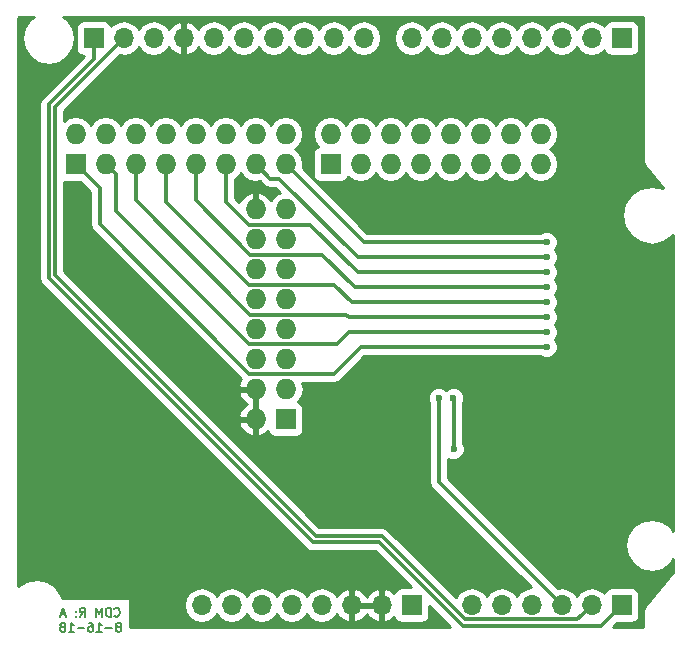
<source format=gbl>
G04 #@! TF.FileFunction,Copper,L2,Bot,Signal*
%FSLAX46Y46*%
G04 Gerber Fmt 4.6, Leading zero omitted, Abs format (unit mm)*
G04 Created by KiCad (PCBNEW 4.0.5+dfsg1-4) date Sun Oct 21 08:43:36 2018*
%MOMM*%
%LPD*%
G01*
G04 APERTURE LIST*
%ADD10C,0.100000*%
%ADD11C,0.150000*%
%ADD12C,0.600000*%
%ADD13R,1.727200X1.727200*%
%ADD14O,1.727200X1.727200*%
%ADD15R,1.700000X1.700000*%
%ADD16O,1.700000X1.700000*%
%ADD17C,0.304800*%
%ADD18C,0.254000*%
G04 APERTURE END LIST*
D10*
D11*
X134859857Y-123328357D02*
X134895571Y-123364071D01*
X135002714Y-123399786D01*
X135074143Y-123399786D01*
X135181286Y-123364071D01*
X135252714Y-123292643D01*
X135288429Y-123221214D01*
X135324143Y-123078357D01*
X135324143Y-122971214D01*
X135288429Y-122828357D01*
X135252714Y-122756929D01*
X135181286Y-122685500D01*
X135074143Y-122649786D01*
X135002714Y-122649786D01*
X134895571Y-122685500D01*
X134859857Y-122721214D01*
X134538429Y-123399786D02*
X134538429Y-122649786D01*
X134359857Y-122649786D01*
X134252714Y-122685500D01*
X134181286Y-122756929D01*
X134145571Y-122828357D01*
X134109857Y-122971214D01*
X134109857Y-123078357D01*
X134145571Y-123221214D01*
X134181286Y-123292643D01*
X134252714Y-123364071D01*
X134359857Y-123399786D01*
X134538429Y-123399786D01*
X133788429Y-123399786D02*
X133788429Y-122649786D01*
X133538429Y-123185500D01*
X133288429Y-122649786D01*
X133288429Y-123399786D01*
X131931285Y-123399786D02*
X132181285Y-123042643D01*
X132359857Y-123399786D02*
X132359857Y-122649786D01*
X132074142Y-122649786D01*
X132002714Y-122685500D01*
X131966999Y-122721214D01*
X131931285Y-122792643D01*
X131931285Y-122899786D01*
X131966999Y-122971214D01*
X132002714Y-123006929D01*
X132074142Y-123042643D01*
X132359857Y-123042643D01*
X131609857Y-123328357D02*
X131574142Y-123364071D01*
X131609857Y-123399786D01*
X131645571Y-123364071D01*
X131609857Y-123328357D01*
X131609857Y-123399786D01*
X131609857Y-122935500D02*
X131574142Y-122971214D01*
X131609857Y-123006929D01*
X131645571Y-122971214D01*
X131609857Y-122935500D01*
X131609857Y-123006929D01*
X130716999Y-123185500D02*
X130359856Y-123185500D01*
X130788427Y-123399786D02*
X130538427Y-122649786D01*
X130288427Y-123399786D01*
X135270572Y-124246214D02*
X135342000Y-124210500D01*
X135377715Y-124174786D01*
X135413429Y-124103357D01*
X135413429Y-124067643D01*
X135377715Y-123996214D01*
X135342000Y-123960500D01*
X135270572Y-123924786D01*
X135127715Y-123924786D01*
X135056286Y-123960500D01*
X135020572Y-123996214D01*
X134984857Y-124067643D01*
X134984857Y-124103357D01*
X135020572Y-124174786D01*
X135056286Y-124210500D01*
X135127715Y-124246214D01*
X135270572Y-124246214D01*
X135342000Y-124281929D01*
X135377715Y-124317643D01*
X135413429Y-124389071D01*
X135413429Y-124531929D01*
X135377715Y-124603357D01*
X135342000Y-124639071D01*
X135270572Y-124674786D01*
X135127715Y-124674786D01*
X135056286Y-124639071D01*
X135020572Y-124603357D01*
X134984857Y-124531929D01*
X134984857Y-124389071D01*
X135020572Y-124317643D01*
X135056286Y-124281929D01*
X135127715Y-124246214D01*
X134663429Y-124389071D02*
X134092000Y-124389071D01*
X133342000Y-124674786D02*
X133770572Y-124674786D01*
X133556286Y-124674786D02*
X133556286Y-123924786D01*
X133627715Y-124031929D01*
X133699143Y-124103357D01*
X133770572Y-124139071D01*
X132699143Y-123924786D02*
X132842000Y-123924786D01*
X132913429Y-123960500D01*
X132949143Y-123996214D01*
X133020572Y-124103357D01*
X133056286Y-124246214D01*
X133056286Y-124531929D01*
X133020572Y-124603357D01*
X132984857Y-124639071D01*
X132913429Y-124674786D01*
X132770572Y-124674786D01*
X132699143Y-124639071D01*
X132663429Y-124603357D01*
X132627714Y-124531929D01*
X132627714Y-124353357D01*
X132663429Y-124281929D01*
X132699143Y-124246214D01*
X132770572Y-124210500D01*
X132913429Y-124210500D01*
X132984857Y-124246214D01*
X133020572Y-124281929D01*
X133056286Y-124353357D01*
X132306286Y-124389071D02*
X131734857Y-124389071D01*
X130984857Y-124674786D02*
X131413429Y-124674786D01*
X131199143Y-124674786D02*
X131199143Y-123924786D01*
X131270572Y-124031929D01*
X131342000Y-124103357D01*
X131413429Y-124139071D01*
X130556286Y-124246214D02*
X130627714Y-124210500D01*
X130663429Y-124174786D01*
X130699143Y-124103357D01*
X130699143Y-124067643D01*
X130663429Y-123996214D01*
X130627714Y-123960500D01*
X130556286Y-123924786D01*
X130413429Y-123924786D01*
X130342000Y-123960500D01*
X130306286Y-123996214D01*
X130270571Y-124067643D01*
X130270571Y-124103357D01*
X130306286Y-124174786D01*
X130342000Y-124210500D01*
X130413429Y-124246214D01*
X130556286Y-124246214D01*
X130627714Y-124281929D01*
X130663429Y-124317643D01*
X130699143Y-124389071D01*
X130699143Y-124531929D01*
X130663429Y-124603357D01*
X130627714Y-124639071D01*
X130556286Y-124674786D01*
X130413429Y-124674786D01*
X130342000Y-124639071D01*
X130306286Y-124603357D01*
X130270571Y-124531929D01*
X130270571Y-124389071D01*
X130306286Y-124317643D01*
X130342000Y-124281929D01*
X130413429Y-124246214D01*
D12*
X166116000Y-104902000D03*
D13*
X153162000Y-85090000D03*
D14*
X153162000Y-82550000D03*
X155702000Y-85090000D03*
X155702000Y-82550000D03*
X158242000Y-85090000D03*
X158242000Y-82550000D03*
X160782000Y-85090000D03*
X160782000Y-82550000D03*
X163322000Y-85090000D03*
X163322000Y-82550000D03*
X165862000Y-85090000D03*
X165862000Y-82550000D03*
X168402000Y-85090000D03*
X168402000Y-82550000D03*
X170942000Y-85090000D03*
X170942000Y-82550000D03*
D15*
X177800000Y-122428000D03*
D16*
X175260000Y-122428000D03*
X172720000Y-122428000D03*
X170180000Y-122428000D03*
X167640000Y-122428000D03*
X165100000Y-122428000D03*
D15*
X177800000Y-74422000D03*
D16*
X175260000Y-74422000D03*
X172720000Y-74422000D03*
X170180000Y-74422000D03*
X167640000Y-74422000D03*
X165100000Y-74422000D03*
X162560000Y-74422000D03*
X160020000Y-74422000D03*
D15*
X160020000Y-122428000D03*
D16*
X157480000Y-122428000D03*
X154940000Y-122428000D03*
X152400000Y-122428000D03*
X149860000Y-122428000D03*
X147320000Y-122428000D03*
X144780000Y-122428000D03*
X142240000Y-122428000D03*
D15*
X133096000Y-74422000D03*
D16*
X135636000Y-74422000D03*
X138176000Y-74422000D03*
X140716000Y-74422000D03*
X143256000Y-74422000D03*
X145796000Y-74422000D03*
X148336000Y-74422000D03*
X150876000Y-74422000D03*
X153416000Y-74422000D03*
X155956000Y-74422000D03*
D13*
X149352000Y-106680000D03*
D14*
X146812000Y-106680000D03*
X149352000Y-104140000D03*
X146812000Y-104140000D03*
X149352000Y-101600000D03*
X146812000Y-101600000D03*
X149352000Y-99060000D03*
X146812000Y-99060000D03*
X149352000Y-96520000D03*
X146812000Y-96520000D03*
X149352000Y-93980000D03*
X146812000Y-93980000D03*
X149352000Y-91440000D03*
X146812000Y-91440000D03*
X149352000Y-88900000D03*
X146812000Y-88900000D03*
D13*
X131572000Y-85090000D03*
D14*
X131572000Y-82550000D03*
X134112000Y-85090000D03*
X134112000Y-82550000D03*
X136652000Y-85090000D03*
X136652000Y-82550000D03*
X139192000Y-85090000D03*
X139192000Y-82550000D03*
X141732000Y-85090000D03*
X141732000Y-82550000D03*
X144272000Y-85090000D03*
X144272000Y-82550000D03*
X146812000Y-85090000D03*
X146812000Y-82550000D03*
X149352000Y-85090000D03*
X149352000Y-82550000D03*
D12*
X164846000Y-87376000D03*
X163576000Y-109220000D03*
X163564500Y-104902000D03*
X162306000Y-104902000D03*
X171450000Y-100584000D03*
X171450000Y-99314000D03*
X171450000Y-98044000D03*
X171450000Y-96774000D03*
X171450000Y-95504000D03*
X171450000Y-94234000D03*
X171450000Y-92964000D03*
X171450000Y-91694000D03*
D17*
X163576000Y-109220000D02*
X163576000Y-104913500D01*
X163576000Y-104913500D02*
X163564500Y-104902000D01*
X129286000Y-94742000D02*
X129286000Y-80010000D01*
X133096000Y-76200000D02*
X129286000Y-80010000D01*
X133096000Y-74422000D02*
X133096000Y-76200000D01*
X177800000Y-122428000D02*
X176022000Y-124206000D01*
X176022000Y-124206000D02*
X164375274Y-124206000D01*
X164375274Y-124206000D02*
X157263274Y-117094000D01*
X157263274Y-117094000D02*
X151638000Y-117094000D01*
X151638000Y-117094000D02*
X129286000Y-94742000D01*
X174410001Y-123277999D02*
X175260000Y-122428000D01*
X164521311Y-123633601D02*
X174054399Y-123633601D01*
X151891989Y-116585989D02*
X157473699Y-116585989D01*
X129794000Y-94488000D02*
X151891989Y-116585989D01*
X129794000Y-80264000D02*
X129794000Y-94488000D01*
X174054399Y-123633601D02*
X174410001Y-123277999D01*
X157473699Y-116585989D02*
X164521311Y-123633601D01*
X135636000Y-74422000D02*
X129794000Y-80264000D01*
X162306000Y-104902000D02*
X162306000Y-112014000D01*
X162306000Y-112014000D02*
X172720000Y-122428000D01*
X146226783Y-102819201D02*
X145592799Y-102185217D01*
X145592799Y-102185217D02*
X145592799Y-102158799D01*
X145592799Y-102158799D02*
X133604000Y-90170000D01*
X133604000Y-87122000D02*
X133604000Y-90170000D01*
X155702000Y-100584000D02*
X171450000Y-100584000D01*
X153466799Y-102819201D02*
X155702000Y-100584000D01*
X146226783Y-102819201D02*
X153466799Y-102819201D01*
X132588000Y-86106000D02*
X133604000Y-87122000D01*
X131572000Y-85090000D02*
X132588000Y-86106000D01*
X154686000Y-99314000D02*
X171450000Y-99314000D01*
X153720799Y-100279201D02*
X154686000Y-99314000D01*
X134112000Y-85090000D02*
X134975599Y-85953599D01*
X134975599Y-85953599D02*
X134975599Y-89028017D01*
X134975599Y-89028017D02*
X146226783Y-100279201D01*
X146226783Y-100279201D02*
X153720799Y-100279201D01*
X154686000Y-98044000D02*
X171450000Y-98044000D01*
X154482799Y-97840799D02*
X154686000Y-98044000D01*
X136652000Y-85090000D02*
X136652000Y-88164418D01*
X136652000Y-88164418D02*
X146328381Y-97840799D01*
X146328381Y-97840799D02*
X154482799Y-97840799D01*
X154940000Y-96774000D02*
X171450000Y-96774000D01*
X153466799Y-95300799D02*
X154940000Y-96774000D01*
X139192000Y-85090000D02*
X139192000Y-88266016D01*
X146226783Y-95300799D02*
X153466799Y-95300799D01*
X139192000Y-88266016D02*
X146226783Y-95300799D01*
X152450799Y-92760799D02*
X155194000Y-95504000D01*
X155194000Y-95504000D02*
X171450000Y-95504000D01*
X141732000Y-85090000D02*
X141732000Y-88164418D01*
X141732000Y-88164418D02*
X146328381Y-92760799D01*
X146328381Y-92760799D02*
X152450799Y-92760799D01*
X155448000Y-94234000D02*
X171450000Y-94234000D01*
X151434799Y-90220799D02*
X155448000Y-94234000D01*
X144272000Y-85090000D02*
X144272000Y-88266016D01*
X144272000Y-88266016D02*
X146226783Y-90220799D01*
X146226783Y-90220799D02*
X151434799Y-90220799D01*
X155448000Y-92964000D02*
X171450000Y-92964000D01*
X148793201Y-86309201D02*
X155448000Y-92964000D01*
X146812000Y-85090000D02*
X148031201Y-86309201D01*
X148031201Y-86309201D02*
X148793201Y-86309201D01*
X149352000Y-85090000D02*
X155956000Y-91694000D01*
X155956000Y-91694000D02*
X171450000Y-91694000D01*
D18*
G36*
X127706323Y-72842323D02*
X127222053Y-73567085D01*
X127052000Y-74422000D01*
X127222053Y-75276915D01*
X127706323Y-76001677D01*
X128431085Y-76485947D01*
X129286000Y-76656000D01*
X130140915Y-76485947D01*
X130865677Y-76001677D01*
X131349947Y-75276915D01*
X131520000Y-74422000D01*
X131349947Y-73567085D01*
X130865677Y-72842323D01*
X130491042Y-72592000D01*
X179630000Y-72592000D01*
X179630000Y-84836000D01*
X179650861Y-84940875D01*
X179662141Y-85047202D01*
X179677697Y-85075786D01*
X179684046Y-85107705D01*
X179743451Y-85196612D01*
X179794563Y-85290531D01*
X181333095Y-87136769D01*
X181292116Y-87109388D01*
X180340000Y-86920000D01*
X179387884Y-87109388D01*
X178580718Y-87648718D01*
X178041388Y-88455884D01*
X177852000Y-89408000D01*
X178041388Y-90360116D01*
X178580718Y-91167282D01*
X179387884Y-91706612D01*
X180340000Y-91896000D01*
X181292116Y-91706612D01*
X182099282Y-91167282D01*
X182170000Y-91061445D01*
X182170000Y-116142958D01*
X181919677Y-115768323D01*
X181194915Y-115284053D01*
X180340000Y-115114000D01*
X179485085Y-115284053D01*
X178760323Y-115768323D01*
X178276053Y-116493085D01*
X178106000Y-117348000D01*
X178276053Y-118202915D01*
X178760323Y-118927677D01*
X179485085Y-119411947D01*
X180340000Y-119582000D01*
X181194915Y-119411947D01*
X181919677Y-118927677D01*
X182170000Y-118553042D01*
X182170000Y-119630945D01*
X179794563Y-122481469D01*
X179743451Y-122575388D01*
X179684046Y-122664295D01*
X179677697Y-122696214D01*
X179662141Y-122724798D01*
X179650861Y-122831125D01*
X179630000Y-122936000D01*
X179630000Y-124258000D01*
X177083552Y-124258000D01*
X177416112Y-123925440D01*
X178650000Y-123925440D01*
X178885317Y-123881162D01*
X179101441Y-123742090D01*
X179246431Y-123529890D01*
X179297440Y-123278000D01*
X179297440Y-121578000D01*
X179253162Y-121342683D01*
X179114090Y-121126559D01*
X178901890Y-120981569D01*
X178650000Y-120930560D01*
X176950000Y-120930560D01*
X176714683Y-120974838D01*
X176498559Y-121113910D01*
X176353569Y-121326110D01*
X176339914Y-121393541D01*
X176310054Y-121348853D01*
X175828285Y-121026946D01*
X175260000Y-120913907D01*
X174691715Y-121026946D01*
X174209946Y-121348853D01*
X173990000Y-121678026D01*
X173770054Y-121348853D01*
X173288285Y-121026946D01*
X172720000Y-120913907D01*
X172385913Y-120980361D01*
X163093400Y-111687848D01*
X163093400Y-110032010D01*
X163389201Y-110154838D01*
X163761167Y-110155162D01*
X164104943Y-110013117D01*
X164368192Y-109750327D01*
X164510838Y-109406799D01*
X164511162Y-109034833D01*
X164369117Y-108691057D01*
X164363400Y-108685330D01*
X164363400Y-105416172D01*
X164499338Y-105088799D01*
X164499662Y-104716833D01*
X164357617Y-104373057D01*
X164094827Y-104109808D01*
X163751299Y-103967162D01*
X163379333Y-103966838D01*
X163035557Y-104108883D01*
X162935306Y-104208960D01*
X162836327Y-104109808D01*
X162492799Y-103967162D01*
X162120833Y-103966838D01*
X161777057Y-104108883D01*
X161513808Y-104371673D01*
X161371162Y-104715201D01*
X161370838Y-105087167D01*
X161512883Y-105430943D01*
X161518600Y-105436670D01*
X161518600Y-112014000D01*
X161578537Y-112315325D01*
X161749224Y-112570776D01*
X170106896Y-120928448D01*
X169611715Y-121026946D01*
X169129946Y-121348853D01*
X168910000Y-121678026D01*
X168690054Y-121348853D01*
X168208285Y-121026946D01*
X167640000Y-120913907D01*
X167071715Y-121026946D01*
X166589946Y-121348853D01*
X166370000Y-121678026D01*
X166150054Y-121348853D01*
X165668285Y-121026946D01*
X165100000Y-120913907D01*
X164531715Y-121026946D01*
X164049946Y-121348853D01*
X163769633Y-121768371D01*
X158030475Y-116029213D01*
X157775024Y-115858526D01*
X157473699Y-115798589D01*
X152218141Y-115798589D01*
X143458578Y-107039026D01*
X145357042Y-107039026D01*
X145529312Y-107454947D01*
X145923510Y-107886821D01*
X146452973Y-108134968D01*
X146685000Y-108014469D01*
X146685000Y-106807000D01*
X145478183Y-106807000D01*
X145357042Y-107039026D01*
X143458578Y-107039026D01*
X140918578Y-104499026D01*
X145357042Y-104499026D01*
X145529312Y-104914947D01*
X145923510Y-105346821D01*
X146058313Y-105410000D01*
X145923510Y-105473179D01*
X145529312Y-105905053D01*
X145357042Y-106320974D01*
X145478183Y-106553000D01*
X146685000Y-106553000D01*
X146685000Y-104267000D01*
X145478183Y-104267000D01*
X145357042Y-104499026D01*
X140918578Y-104499026D01*
X130581400Y-94161848D01*
X130581400Y-86575322D01*
X130708400Y-86601040D01*
X131969488Y-86601040D01*
X132816600Y-87448152D01*
X132816600Y-90170000D01*
X132876537Y-90471325D01*
X133047224Y-90726776D01*
X144982826Y-102662378D01*
X145036023Y-102741993D01*
X145591238Y-103297208D01*
X145529312Y-103365053D01*
X145357042Y-103780974D01*
X145478183Y-104013000D01*
X146685000Y-104013000D01*
X146685000Y-103993000D01*
X146939000Y-103993000D01*
X146939000Y-104013000D01*
X146959000Y-104013000D01*
X146959000Y-104267000D01*
X146939000Y-104267000D01*
X146939000Y-106553000D01*
X146959000Y-106553000D01*
X146959000Y-106807000D01*
X146939000Y-106807000D01*
X146939000Y-108014469D01*
X147171027Y-108134968D01*
X147700490Y-107886821D01*
X147870495Y-107700567D01*
X147885238Y-107778917D01*
X148024310Y-107995041D01*
X148236510Y-108140031D01*
X148488400Y-108191040D01*
X150215600Y-108191040D01*
X150450917Y-108146762D01*
X150667041Y-108007690D01*
X150812031Y-107795490D01*
X150863040Y-107543600D01*
X150863040Y-105816400D01*
X150818762Y-105581083D01*
X150679690Y-105364959D01*
X150467490Y-105219969D01*
X150423869Y-105211136D01*
X150441029Y-105199670D01*
X150765885Y-104713489D01*
X150879959Y-104140000D01*
X150773859Y-103606601D01*
X153466799Y-103606601D01*
X153768124Y-103546664D01*
X154023575Y-103375977D01*
X156028152Y-101371400D01*
X170914889Y-101371400D01*
X170919673Y-101376192D01*
X171263201Y-101518838D01*
X171635167Y-101519162D01*
X171978943Y-101377117D01*
X172242192Y-101114327D01*
X172384838Y-100770799D01*
X172385162Y-100398833D01*
X172243117Y-100055057D01*
X172137290Y-99949046D01*
X172242192Y-99844327D01*
X172384838Y-99500799D01*
X172385162Y-99128833D01*
X172243117Y-98785057D01*
X172137290Y-98679046D01*
X172242192Y-98574327D01*
X172384838Y-98230799D01*
X172385162Y-97858833D01*
X172243117Y-97515057D01*
X172137290Y-97409046D01*
X172242192Y-97304327D01*
X172384838Y-96960799D01*
X172385162Y-96588833D01*
X172243117Y-96245057D01*
X172137290Y-96139046D01*
X172242192Y-96034327D01*
X172384838Y-95690799D01*
X172385162Y-95318833D01*
X172243117Y-94975057D01*
X172137290Y-94869046D01*
X172242192Y-94764327D01*
X172384838Y-94420799D01*
X172385162Y-94048833D01*
X172243117Y-93705057D01*
X172137290Y-93599046D01*
X172242192Y-93494327D01*
X172384838Y-93150799D01*
X172385162Y-92778833D01*
X172243117Y-92435057D01*
X172137290Y-92329046D01*
X172242192Y-92224327D01*
X172384838Y-91880799D01*
X172385162Y-91508833D01*
X172243117Y-91165057D01*
X171980327Y-90901808D01*
X171636799Y-90759162D01*
X171264833Y-90758838D01*
X170921057Y-90900883D01*
X170915330Y-90906600D01*
X156282152Y-90906600D01*
X150791587Y-85416035D01*
X150850600Y-85119359D01*
X150850600Y-85060641D01*
X150736526Y-84487152D01*
X150562297Y-84226400D01*
X151650960Y-84226400D01*
X151650960Y-85953600D01*
X151695238Y-86188917D01*
X151834310Y-86405041D01*
X152046510Y-86550031D01*
X152298400Y-86601040D01*
X154025600Y-86601040D01*
X154260917Y-86556762D01*
X154477041Y-86417690D01*
X154622031Y-86205490D01*
X154630864Y-86161869D01*
X154642330Y-86179029D01*
X155128511Y-86503885D01*
X155702000Y-86617959D01*
X156275489Y-86503885D01*
X156761670Y-86179029D01*
X156972000Y-85864248D01*
X157182330Y-86179029D01*
X157668511Y-86503885D01*
X158242000Y-86617959D01*
X158815489Y-86503885D01*
X159301670Y-86179029D01*
X159512000Y-85864248D01*
X159722330Y-86179029D01*
X160208511Y-86503885D01*
X160782000Y-86617959D01*
X161355489Y-86503885D01*
X161841670Y-86179029D01*
X162052000Y-85864248D01*
X162262330Y-86179029D01*
X162748511Y-86503885D01*
X163322000Y-86617959D01*
X163895489Y-86503885D01*
X164381670Y-86179029D01*
X164592000Y-85864248D01*
X164802330Y-86179029D01*
X165288511Y-86503885D01*
X165862000Y-86617959D01*
X166435489Y-86503885D01*
X166921670Y-86179029D01*
X167132000Y-85864248D01*
X167342330Y-86179029D01*
X167828511Y-86503885D01*
X168402000Y-86617959D01*
X168975489Y-86503885D01*
X169461670Y-86179029D01*
X169672000Y-85864248D01*
X169882330Y-86179029D01*
X170368511Y-86503885D01*
X170942000Y-86617959D01*
X171515489Y-86503885D01*
X172001670Y-86179029D01*
X172326526Y-85692848D01*
X172440600Y-85119359D01*
X172440600Y-85060641D01*
X172326526Y-84487152D01*
X172001670Y-84000971D01*
X171730828Y-83820000D01*
X172001670Y-83639029D01*
X172326526Y-83152848D01*
X172440600Y-82579359D01*
X172440600Y-82520641D01*
X172326526Y-81947152D01*
X172001670Y-81460971D01*
X171515489Y-81136115D01*
X170942000Y-81022041D01*
X170368511Y-81136115D01*
X169882330Y-81460971D01*
X169672000Y-81775752D01*
X169461670Y-81460971D01*
X168975489Y-81136115D01*
X168402000Y-81022041D01*
X167828511Y-81136115D01*
X167342330Y-81460971D01*
X167132000Y-81775752D01*
X166921670Y-81460971D01*
X166435489Y-81136115D01*
X165862000Y-81022041D01*
X165288511Y-81136115D01*
X164802330Y-81460971D01*
X164592000Y-81775752D01*
X164381670Y-81460971D01*
X163895489Y-81136115D01*
X163322000Y-81022041D01*
X162748511Y-81136115D01*
X162262330Y-81460971D01*
X162052000Y-81775752D01*
X161841670Y-81460971D01*
X161355489Y-81136115D01*
X160782000Y-81022041D01*
X160208511Y-81136115D01*
X159722330Y-81460971D01*
X159512000Y-81775752D01*
X159301670Y-81460971D01*
X158815489Y-81136115D01*
X158242000Y-81022041D01*
X157668511Y-81136115D01*
X157182330Y-81460971D01*
X156972000Y-81775752D01*
X156761670Y-81460971D01*
X156275489Y-81136115D01*
X155702000Y-81022041D01*
X155128511Y-81136115D01*
X154642330Y-81460971D01*
X154432000Y-81775752D01*
X154221670Y-81460971D01*
X153735489Y-81136115D01*
X153162000Y-81022041D01*
X152588511Y-81136115D01*
X152102330Y-81460971D01*
X151777474Y-81947152D01*
X151663400Y-82520641D01*
X151663400Y-82579359D01*
X151777474Y-83152848D01*
X152088574Y-83618442D01*
X152063083Y-83623238D01*
X151846959Y-83762310D01*
X151701969Y-83974510D01*
X151650960Y-84226400D01*
X150562297Y-84226400D01*
X150411670Y-84000971D01*
X150140828Y-83820000D01*
X150411670Y-83639029D01*
X150736526Y-83152848D01*
X150850600Y-82579359D01*
X150850600Y-82520641D01*
X150736526Y-81947152D01*
X150411670Y-81460971D01*
X149925489Y-81136115D01*
X149352000Y-81022041D01*
X148778511Y-81136115D01*
X148292330Y-81460971D01*
X148082000Y-81775752D01*
X147871670Y-81460971D01*
X147385489Y-81136115D01*
X146812000Y-81022041D01*
X146238511Y-81136115D01*
X145752330Y-81460971D01*
X145542000Y-81775752D01*
X145331670Y-81460971D01*
X144845489Y-81136115D01*
X144272000Y-81022041D01*
X143698511Y-81136115D01*
X143212330Y-81460971D01*
X143002000Y-81775752D01*
X142791670Y-81460971D01*
X142305489Y-81136115D01*
X141732000Y-81022041D01*
X141158511Y-81136115D01*
X140672330Y-81460971D01*
X140462000Y-81775752D01*
X140251670Y-81460971D01*
X139765489Y-81136115D01*
X139192000Y-81022041D01*
X138618511Y-81136115D01*
X138132330Y-81460971D01*
X137922000Y-81775752D01*
X137711670Y-81460971D01*
X137225489Y-81136115D01*
X136652000Y-81022041D01*
X136078511Y-81136115D01*
X135592330Y-81460971D01*
X135382000Y-81775752D01*
X135171670Y-81460971D01*
X134685489Y-81136115D01*
X134112000Y-81022041D01*
X133538511Y-81136115D01*
X133052330Y-81460971D01*
X132842000Y-81775752D01*
X132631670Y-81460971D01*
X132145489Y-81136115D01*
X131572000Y-81022041D01*
X130998511Y-81136115D01*
X130581400Y-81414820D01*
X130581400Y-80590152D01*
X135301913Y-75869639D01*
X135636000Y-75936093D01*
X136204285Y-75823054D01*
X136686054Y-75501147D01*
X136906000Y-75171974D01*
X137125946Y-75501147D01*
X137607715Y-75823054D01*
X138176000Y-75936093D01*
X138744285Y-75823054D01*
X139226054Y-75501147D01*
X139453702Y-75160447D01*
X139520817Y-75303358D01*
X139949076Y-75693645D01*
X140359110Y-75863476D01*
X140589000Y-75742155D01*
X140589000Y-74549000D01*
X140569000Y-74549000D01*
X140569000Y-74295000D01*
X140589000Y-74295000D01*
X140589000Y-73101845D01*
X140843000Y-73101845D01*
X140843000Y-74295000D01*
X140863000Y-74295000D01*
X140863000Y-74549000D01*
X140843000Y-74549000D01*
X140843000Y-75742155D01*
X141072890Y-75863476D01*
X141482924Y-75693645D01*
X141911183Y-75303358D01*
X141978298Y-75160447D01*
X142205946Y-75501147D01*
X142687715Y-75823054D01*
X143256000Y-75936093D01*
X143824285Y-75823054D01*
X144306054Y-75501147D01*
X144526000Y-75171974D01*
X144745946Y-75501147D01*
X145227715Y-75823054D01*
X145796000Y-75936093D01*
X146364285Y-75823054D01*
X146846054Y-75501147D01*
X147066000Y-75171974D01*
X147285946Y-75501147D01*
X147767715Y-75823054D01*
X148336000Y-75936093D01*
X148904285Y-75823054D01*
X149386054Y-75501147D01*
X149606000Y-75171974D01*
X149825946Y-75501147D01*
X150307715Y-75823054D01*
X150876000Y-75936093D01*
X151444285Y-75823054D01*
X151926054Y-75501147D01*
X152146000Y-75171974D01*
X152365946Y-75501147D01*
X152847715Y-75823054D01*
X153416000Y-75936093D01*
X153984285Y-75823054D01*
X154466054Y-75501147D01*
X154686000Y-75171974D01*
X154905946Y-75501147D01*
X155387715Y-75823054D01*
X155956000Y-75936093D01*
X156524285Y-75823054D01*
X157006054Y-75501147D01*
X157327961Y-75019378D01*
X157441000Y-74451093D01*
X157441000Y-74392907D01*
X158535000Y-74392907D01*
X158535000Y-74451093D01*
X158648039Y-75019378D01*
X158969946Y-75501147D01*
X159451715Y-75823054D01*
X160020000Y-75936093D01*
X160588285Y-75823054D01*
X161070054Y-75501147D01*
X161290000Y-75171974D01*
X161509946Y-75501147D01*
X161991715Y-75823054D01*
X162560000Y-75936093D01*
X163128285Y-75823054D01*
X163610054Y-75501147D01*
X163830000Y-75171974D01*
X164049946Y-75501147D01*
X164531715Y-75823054D01*
X165100000Y-75936093D01*
X165668285Y-75823054D01*
X166150054Y-75501147D01*
X166370000Y-75171974D01*
X166589946Y-75501147D01*
X167071715Y-75823054D01*
X167640000Y-75936093D01*
X168208285Y-75823054D01*
X168690054Y-75501147D01*
X168910000Y-75171974D01*
X169129946Y-75501147D01*
X169611715Y-75823054D01*
X170180000Y-75936093D01*
X170748285Y-75823054D01*
X171230054Y-75501147D01*
X171450000Y-75171974D01*
X171669946Y-75501147D01*
X172151715Y-75823054D01*
X172720000Y-75936093D01*
X173288285Y-75823054D01*
X173770054Y-75501147D01*
X173990000Y-75171974D01*
X174209946Y-75501147D01*
X174691715Y-75823054D01*
X175260000Y-75936093D01*
X175828285Y-75823054D01*
X176310054Y-75501147D01*
X176337850Y-75459548D01*
X176346838Y-75507317D01*
X176485910Y-75723441D01*
X176698110Y-75868431D01*
X176950000Y-75919440D01*
X178650000Y-75919440D01*
X178885317Y-75875162D01*
X179101441Y-75736090D01*
X179246431Y-75523890D01*
X179297440Y-75272000D01*
X179297440Y-73572000D01*
X179253162Y-73336683D01*
X179114090Y-73120559D01*
X178901890Y-72975569D01*
X178650000Y-72924560D01*
X176950000Y-72924560D01*
X176714683Y-72968838D01*
X176498559Y-73107910D01*
X176353569Y-73320110D01*
X176339914Y-73387541D01*
X176310054Y-73342853D01*
X175828285Y-73020946D01*
X175260000Y-72907907D01*
X174691715Y-73020946D01*
X174209946Y-73342853D01*
X173990000Y-73672026D01*
X173770054Y-73342853D01*
X173288285Y-73020946D01*
X172720000Y-72907907D01*
X172151715Y-73020946D01*
X171669946Y-73342853D01*
X171450000Y-73672026D01*
X171230054Y-73342853D01*
X170748285Y-73020946D01*
X170180000Y-72907907D01*
X169611715Y-73020946D01*
X169129946Y-73342853D01*
X168910000Y-73672026D01*
X168690054Y-73342853D01*
X168208285Y-73020946D01*
X167640000Y-72907907D01*
X167071715Y-73020946D01*
X166589946Y-73342853D01*
X166370000Y-73672026D01*
X166150054Y-73342853D01*
X165668285Y-73020946D01*
X165100000Y-72907907D01*
X164531715Y-73020946D01*
X164049946Y-73342853D01*
X163830000Y-73672026D01*
X163610054Y-73342853D01*
X163128285Y-73020946D01*
X162560000Y-72907907D01*
X161991715Y-73020946D01*
X161509946Y-73342853D01*
X161290000Y-73672026D01*
X161070054Y-73342853D01*
X160588285Y-73020946D01*
X160020000Y-72907907D01*
X159451715Y-73020946D01*
X158969946Y-73342853D01*
X158648039Y-73824622D01*
X158535000Y-74392907D01*
X157441000Y-74392907D01*
X157327961Y-73824622D01*
X157006054Y-73342853D01*
X156524285Y-73020946D01*
X155956000Y-72907907D01*
X155387715Y-73020946D01*
X154905946Y-73342853D01*
X154686000Y-73672026D01*
X154466054Y-73342853D01*
X153984285Y-73020946D01*
X153416000Y-72907907D01*
X152847715Y-73020946D01*
X152365946Y-73342853D01*
X152146000Y-73672026D01*
X151926054Y-73342853D01*
X151444285Y-73020946D01*
X150876000Y-72907907D01*
X150307715Y-73020946D01*
X149825946Y-73342853D01*
X149606000Y-73672026D01*
X149386054Y-73342853D01*
X148904285Y-73020946D01*
X148336000Y-72907907D01*
X147767715Y-73020946D01*
X147285946Y-73342853D01*
X147066000Y-73672026D01*
X146846054Y-73342853D01*
X146364285Y-73020946D01*
X145796000Y-72907907D01*
X145227715Y-73020946D01*
X144745946Y-73342853D01*
X144526000Y-73672026D01*
X144306054Y-73342853D01*
X143824285Y-73020946D01*
X143256000Y-72907907D01*
X142687715Y-73020946D01*
X142205946Y-73342853D01*
X141978298Y-73683553D01*
X141911183Y-73540642D01*
X141482924Y-73150355D01*
X141072890Y-72980524D01*
X140843000Y-73101845D01*
X140589000Y-73101845D01*
X140359110Y-72980524D01*
X139949076Y-73150355D01*
X139520817Y-73540642D01*
X139453702Y-73683553D01*
X139226054Y-73342853D01*
X138744285Y-73020946D01*
X138176000Y-72907907D01*
X137607715Y-73020946D01*
X137125946Y-73342853D01*
X136906000Y-73672026D01*
X136686054Y-73342853D01*
X136204285Y-73020946D01*
X135636000Y-72907907D01*
X135067715Y-73020946D01*
X134585946Y-73342853D01*
X134558150Y-73384452D01*
X134549162Y-73336683D01*
X134410090Y-73120559D01*
X134197890Y-72975569D01*
X133946000Y-72924560D01*
X132246000Y-72924560D01*
X132010683Y-72968838D01*
X131794559Y-73107910D01*
X131649569Y-73320110D01*
X131598560Y-73572000D01*
X131598560Y-75272000D01*
X131642838Y-75507317D01*
X131781910Y-75723441D01*
X131994110Y-75868431D01*
X132246000Y-75919440D01*
X132263008Y-75919440D01*
X128729224Y-79453224D01*
X128558537Y-79708675D01*
X128498600Y-80010000D01*
X128498600Y-94742000D01*
X128558537Y-95043325D01*
X128729224Y-95298776D01*
X151081224Y-117650776D01*
X151336675Y-117821463D01*
X151638000Y-117881400D01*
X156937122Y-117881400D01*
X159986282Y-120930560D01*
X159170000Y-120930560D01*
X158934683Y-120974838D01*
X158718559Y-121113910D01*
X158573569Y-121326110D01*
X158551699Y-121434107D01*
X158246924Y-121156355D01*
X157836890Y-120986524D01*
X157607000Y-121107845D01*
X157607000Y-122301000D01*
X157627000Y-122301000D01*
X157627000Y-122555000D01*
X157607000Y-122555000D01*
X157607000Y-123748155D01*
X157836890Y-123869476D01*
X158246924Y-123699645D01*
X158549937Y-123423499D01*
X158566838Y-123513317D01*
X158705910Y-123729441D01*
X158918110Y-123874431D01*
X159170000Y-123925440D01*
X160870000Y-123925440D01*
X161105317Y-123881162D01*
X161321441Y-123742090D01*
X161466431Y-123529890D01*
X161517440Y-123278000D01*
X161517440Y-122461718D01*
X163313722Y-124258000D01*
X136191286Y-124258000D01*
X136191286Y-122398907D01*
X140755000Y-122398907D01*
X140755000Y-122457093D01*
X140868039Y-123025378D01*
X141189946Y-123507147D01*
X141671715Y-123829054D01*
X142240000Y-123942093D01*
X142808285Y-123829054D01*
X143290054Y-123507147D01*
X143510000Y-123177974D01*
X143729946Y-123507147D01*
X144211715Y-123829054D01*
X144780000Y-123942093D01*
X145348285Y-123829054D01*
X145830054Y-123507147D01*
X146050000Y-123177974D01*
X146269946Y-123507147D01*
X146751715Y-123829054D01*
X147320000Y-123942093D01*
X147888285Y-123829054D01*
X148370054Y-123507147D01*
X148590000Y-123177974D01*
X148809946Y-123507147D01*
X149291715Y-123829054D01*
X149860000Y-123942093D01*
X150428285Y-123829054D01*
X150910054Y-123507147D01*
X151130000Y-123177974D01*
X151349946Y-123507147D01*
X151831715Y-123829054D01*
X152400000Y-123942093D01*
X152968285Y-123829054D01*
X153450054Y-123507147D01*
X153677702Y-123166447D01*
X153744817Y-123309358D01*
X154173076Y-123699645D01*
X154583110Y-123869476D01*
X154813000Y-123748155D01*
X154813000Y-122555000D01*
X155067000Y-122555000D01*
X155067000Y-123748155D01*
X155296890Y-123869476D01*
X155706924Y-123699645D01*
X156135183Y-123309358D01*
X156210000Y-123150046D01*
X156284817Y-123309358D01*
X156713076Y-123699645D01*
X157123110Y-123869476D01*
X157353000Y-123748155D01*
X157353000Y-122555000D01*
X155067000Y-122555000D01*
X154813000Y-122555000D01*
X154793000Y-122555000D01*
X154793000Y-122301000D01*
X154813000Y-122301000D01*
X154813000Y-121107845D01*
X155067000Y-121107845D01*
X155067000Y-122301000D01*
X157353000Y-122301000D01*
X157353000Y-121107845D01*
X157123110Y-120986524D01*
X156713076Y-121156355D01*
X156284817Y-121546642D01*
X156210000Y-121705954D01*
X156135183Y-121546642D01*
X155706924Y-121156355D01*
X155296890Y-120986524D01*
X155067000Y-121107845D01*
X154813000Y-121107845D01*
X154583110Y-120986524D01*
X154173076Y-121156355D01*
X153744817Y-121546642D01*
X153677702Y-121689553D01*
X153450054Y-121348853D01*
X152968285Y-121026946D01*
X152400000Y-120913907D01*
X151831715Y-121026946D01*
X151349946Y-121348853D01*
X151130000Y-121678026D01*
X150910054Y-121348853D01*
X150428285Y-121026946D01*
X149860000Y-120913907D01*
X149291715Y-121026946D01*
X148809946Y-121348853D01*
X148590000Y-121678026D01*
X148370054Y-121348853D01*
X147888285Y-121026946D01*
X147320000Y-120913907D01*
X146751715Y-121026946D01*
X146269946Y-121348853D01*
X146050000Y-121678026D01*
X145830054Y-121348853D01*
X145348285Y-121026946D01*
X144780000Y-120913907D01*
X144211715Y-121026946D01*
X143729946Y-121348853D01*
X143510000Y-121678026D01*
X143290054Y-121348853D01*
X142808285Y-121026946D01*
X142240000Y-120913907D01*
X141671715Y-121026946D01*
X141189946Y-121348853D01*
X140868039Y-121830622D01*
X140755000Y-122398907D01*
X136191286Y-122398907D01*
X136191286Y-121825500D01*
X130384155Y-121825500D01*
X130333947Y-121573085D01*
X129849677Y-120848323D01*
X129124915Y-120364053D01*
X128270000Y-120194000D01*
X127415085Y-120364053D01*
X126694000Y-120845866D01*
X126694000Y-72684092D01*
X126786091Y-72592000D01*
X128080958Y-72592000D01*
X127706323Y-72842323D01*
X127706323Y-72842323D01*
G37*
X127706323Y-72842323D02*
X127222053Y-73567085D01*
X127052000Y-74422000D01*
X127222053Y-75276915D01*
X127706323Y-76001677D01*
X128431085Y-76485947D01*
X129286000Y-76656000D01*
X130140915Y-76485947D01*
X130865677Y-76001677D01*
X131349947Y-75276915D01*
X131520000Y-74422000D01*
X131349947Y-73567085D01*
X130865677Y-72842323D01*
X130491042Y-72592000D01*
X179630000Y-72592000D01*
X179630000Y-84836000D01*
X179650861Y-84940875D01*
X179662141Y-85047202D01*
X179677697Y-85075786D01*
X179684046Y-85107705D01*
X179743451Y-85196612D01*
X179794563Y-85290531D01*
X181333095Y-87136769D01*
X181292116Y-87109388D01*
X180340000Y-86920000D01*
X179387884Y-87109388D01*
X178580718Y-87648718D01*
X178041388Y-88455884D01*
X177852000Y-89408000D01*
X178041388Y-90360116D01*
X178580718Y-91167282D01*
X179387884Y-91706612D01*
X180340000Y-91896000D01*
X181292116Y-91706612D01*
X182099282Y-91167282D01*
X182170000Y-91061445D01*
X182170000Y-116142958D01*
X181919677Y-115768323D01*
X181194915Y-115284053D01*
X180340000Y-115114000D01*
X179485085Y-115284053D01*
X178760323Y-115768323D01*
X178276053Y-116493085D01*
X178106000Y-117348000D01*
X178276053Y-118202915D01*
X178760323Y-118927677D01*
X179485085Y-119411947D01*
X180340000Y-119582000D01*
X181194915Y-119411947D01*
X181919677Y-118927677D01*
X182170000Y-118553042D01*
X182170000Y-119630945D01*
X179794563Y-122481469D01*
X179743451Y-122575388D01*
X179684046Y-122664295D01*
X179677697Y-122696214D01*
X179662141Y-122724798D01*
X179650861Y-122831125D01*
X179630000Y-122936000D01*
X179630000Y-124258000D01*
X177083552Y-124258000D01*
X177416112Y-123925440D01*
X178650000Y-123925440D01*
X178885317Y-123881162D01*
X179101441Y-123742090D01*
X179246431Y-123529890D01*
X179297440Y-123278000D01*
X179297440Y-121578000D01*
X179253162Y-121342683D01*
X179114090Y-121126559D01*
X178901890Y-120981569D01*
X178650000Y-120930560D01*
X176950000Y-120930560D01*
X176714683Y-120974838D01*
X176498559Y-121113910D01*
X176353569Y-121326110D01*
X176339914Y-121393541D01*
X176310054Y-121348853D01*
X175828285Y-121026946D01*
X175260000Y-120913907D01*
X174691715Y-121026946D01*
X174209946Y-121348853D01*
X173990000Y-121678026D01*
X173770054Y-121348853D01*
X173288285Y-121026946D01*
X172720000Y-120913907D01*
X172385913Y-120980361D01*
X163093400Y-111687848D01*
X163093400Y-110032010D01*
X163389201Y-110154838D01*
X163761167Y-110155162D01*
X164104943Y-110013117D01*
X164368192Y-109750327D01*
X164510838Y-109406799D01*
X164511162Y-109034833D01*
X164369117Y-108691057D01*
X164363400Y-108685330D01*
X164363400Y-105416172D01*
X164499338Y-105088799D01*
X164499662Y-104716833D01*
X164357617Y-104373057D01*
X164094827Y-104109808D01*
X163751299Y-103967162D01*
X163379333Y-103966838D01*
X163035557Y-104108883D01*
X162935306Y-104208960D01*
X162836327Y-104109808D01*
X162492799Y-103967162D01*
X162120833Y-103966838D01*
X161777057Y-104108883D01*
X161513808Y-104371673D01*
X161371162Y-104715201D01*
X161370838Y-105087167D01*
X161512883Y-105430943D01*
X161518600Y-105436670D01*
X161518600Y-112014000D01*
X161578537Y-112315325D01*
X161749224Y-112570776D01*
X170106896Y-120928448D01*
X169611715Y-121026946D01*
X169129946Y-121348853D01*
X168910000Y-121678026D01*
X168690054Y-121348853D01*
X168208285Y-121026946D01*
X167640000Y-120913907D01*
X167071715Y-121026946D01*
X166589946Y-121348853D01*
X166370000Y-121678026D01*
X166150054Y-121348853D01*
X165668285Y-121026946D01*
X165100000Y-120913907D01*
X164531715Y-121026946D01*
X164049946Y-121348853D01*
X163769633Y-121768371D01*
X158030475Y-116029213D01*
X157775024Y-115858526D01*
X157473699Y-115798589D01*
X152218141Y-115798589D01*
X143458578Y-107039026D01*
X145357042Y-107039026D01*
X145529312Y-107454947D01*
X145923510Y-107886821D01*
X146452973Y-108134968D01*
X146685000Y-108014469D01*
X146685000Y-106807000D01*
X145478183Y-106807000D01*
X145357042Y-107039026D01*
X143458578Y-107039026D01*
X140918578Y-104499026D01*
X145357042Y-104499026D01*
X145529312Y-104914947D01*
X145923510Y-105346821D01*
X146058313Y-105410000D01*
X145923510Y-105473179D01*
X145529312Y-105905053D01*
X145357042Y-106320974D01*
X145478183Y-106553000D01*
X146685000Y-106553000D01*
X146685000Y-104267000D01*
X145478183Y-104267000D01*
X145357042Y-104499026D01*
X140918578Y-104499026D01*
X130581400Y-94161848D01*
X130581400Y-86575322D01*
X130708400Y-86601040D01*
X131969488Y-86601040D01*
X132816600Y-87448152D01*
X132816600Y-90170000D01*
X132876537Y-90471325D01*
X133047224Y-90726776D01*
X144982826Y-102662378D01*
X145036023Y-102741993D01*
X145591238Y-103297208D01*
X145529312Y-103365053D01*
X145357042Y-103780974D01*
X145478183Y-104013000D01*
X146685000Y-104013000D01*
X146685000Y-103993000D01*
X146939000Y-103993000D01*
X146939000Y-104013000D01*
X146959000Y-104013000D01*
X146959000Y-104267000D01*
X146939000Y-104267000D01*
X146939000Y-106553000D01*
X146959000Y-106553000D01*
X146959000Y-106807000D01*
X146939000Y-106807000D01*
X146939000Y-108014469D01*
X147171027Y-108134968D01*
X147700490Y-107886821D01*
X147870495Y-107700567D01*
X147885238Y-107778917D01*
X148024310Y-107995041D01*
X148236510Y-108140031D01*
X148488400Y-108191040D01*
X150215600Y-108191040D01*
X150450917Y-108146762D01*
X150667041Y-108007690D01*
X150812031Y-107795490D01*
X150863040Y-107543600D01*
X150863040Y-105816400D01*
X150818762Y-105581083D01*
X150679690Y-105364959D01*
X150467490Y-105219969D01*
X150423869Y-105211136D01*
X150441029Y-105199670D01*
X150765885Y-104713489D01*
X150879959Y-104140000D01*
X150773859Y-103606601D01*
X153466799Y-103606601D01*
X153768124Y-103546664D01*
X154023575Y-103375977D01*
X156028152Y-101371400D01*
X170914889Y-101371400D01*
X170919673Y-101376192D01*
X171263201Y-101518838D01*
X171635167Y-101519162D01*
X171978943Y-101377117D01*
X172242192Y-101114327D01*
X172384838Y-100770799D01*
X172385162Y-100398833D01*
X172243117Y-100055057D01*
X172137290Y-99949046D01*
X172242192Y-99844327D01*
X172384838Y-99500799D01*
X172385162Y-99128833D01*
X172243117Y-98785057D01*
X172137290Y-98679046D01*
X172242192Y-98574327D01*
X172384838Y-98230799D01*
X172385162Y-97858833D01*
X172243117Y-97515057D01*
X172137290Y-97409046D01*
X172242192Y-97304327D01*
X172384838Y-96960799D01*
X172385162Y-96588833D01*
X172243117Y-96245057D01*
X172137290Y-96139046D01*
X172242192Y-96034327D01*
X172384838Y-95690799D01*
X172385162Y-95318833D01*
X172243117Y-94975057D01*
X172137290Y-94869046D01*
X172242192Y-94764327D01*
X172384838Y-94420799D01*
X172385162Y-94048833D01*
X172243117Y-93705057D01*
X172137290Y-93599046D01*
X172242192Y-93494327D01*
X172384838Y-93150799D01*
X172385162Y-92778833D01*
X172243117Y-92435057D01*
X172137290Y-92329046D01*
X172242192Y-92224327D01*
X172384838Y-91880799D01*
X172385162Y-91508833D01*
X172243117Y-91165057D01*
X171980327Y-90901808D01*
X171636799Y-90759162D01*
X171264833Y-90758838D01*
X170921057Y-90900883D01*
X170915330Y-90906600D01*
X156282152Y-90906600D01*
X150791587Y-85416035D01*
X150850600Y-85119359D01*
X150850600Y-85060641D01*
X150736526Y-84487152D01*
X150562297Y-84226400D01*
X151650960Y-84226400D01*
X151650960Y-85953600D01*
X151695238Y-86188917D01*
X151834310Y-86405041D01*
X152046510Y-86550031D01*
X152298400Y-86601040D01*
X154025600Y-86601040D01*
X154260917Y-86556762D01*
X154477041Y-86417690D01*
X154622031Y-86205490D01*
X154630864Y-86161869D01*
X154642330Y-86179029D01*
X155128511Y-86503885D01*
X155702000Y-86617959D01*
X156275489Y-86503885D01*
X156761670Y-86179029D01*
X156972000Y-85864248D01*
X157182330Y-86179029D01*
X157668511Y-86503885D01*
X158242000Y-86617959D01*
X158815489Y-86503885D01*
X159301670Y-86179029D01*
X159512000Y-85864248D01*
X159722330Y-86179029D01*
X160208511Y-86503885D01*
X160782000Y-86617959D01*
X161355489Y-86503885D01*
X161841670Y-86179029D01*
X162052000Y-85864248D01*
X162262330Y-86179029D01*
X162748511Y-86503885D01*
X163322000Y-86617959D01*
X163895489Y-86503885D01*
X164381670Y-86179029D01*
X164592000Y-85864248D01*
X164802330Y-86179029D01*
X165288511Y-86503885D01*
X165862000Y-86617959D01*
X166435489Y-86503885D01*
X166921670Y-86179029D01*
X167132000Y-85864248D01*
X167342330Y-86179029D01*
X167828511Y-86503885D01*
X168402000Y-86617959D01*
X168975489Y-86503885D01*
X169461670Y-86179029D01*
X169672000Y-85864248D01*
X169882330Y-86179029D01*
X170368511Y-86503885D01*
X170942000Y-86617959D01*
X171515489Y-86503885D01*
X172001670Y-86179029D01*
X172326526Y-85692848D01*
X172440600Y-85119359D01*
X172440600Y-85060641D01*
X172326526Y-84487152D01*
X172001670Y-84000971D01*
X171730828Y-83820000D01*
X172001670Y-83639029D01*
X172326526Y-83152848D01*
X172440600Y-82579359D01*
X172440600Y-82520641D01*
X172326526Y-81947152D01*
X172001670Y-81460971D01*
X171515489Y-81136115D01*
X170942000Y-81022041D01*
X170368511Y-81136115D01*
X169882330Y-81460971D01*
X169672000Y-81775752D01*
X169461670Y-81460971D01*
X168975489Y-81136115D01*
X168402000Y-81022041D01*
X167828511Y-81136115D01*
X167342330Y-81460971D01*
X167132000Y-81775752D01*
X166921670Y-81460971D01*
X166435489Y-81136115D01*
X165862000Y-81022041D01*
X165288511Y-81136115D01*
X164802330Y-81460971D01*
X164592000Y-81775752D01*
X164381670Y-81460971D01*
X163895489Y-81136115D01*
X163322000Y-81022041D01*
X162748511Y-81136115D01*
X162262330Y-81460971D01*
X162052000Y-81775752D01*
X161841670Y-81460971D01*
X161355489Y-81136115D01*
X160782000Y-81022041D01*
X160208511Y-81136115D01*
X159722330Y-81460971D01*
X159512000Y-81775752D01*
X159301670Y-81460971D01*
X158815489Y-81136115D01*
X158242000Y-81022041D01*
X157668511Y-81136115D01*
X157182330Y-81460971D01*
X156972000Y-81775752D01*
X156761670Y-81460971D01*
X156275489Y-81136115D01*
X155702000Y-81022041D01*
X155128511Y-81136115D01*
X154642330Y-81460971D01*
X154432000Y-81775752D01*
X154221670Y-81460971D01*
X153735489Y-81136115D01*
X153162000Y-81022041D01*
X152588511Y-81136115D01*
X152102330Y-81460971D01*
X151777474Y-81947152D01*
X151663400Y-82520641D01*
X151663400Y-82579359D01*
X151777474Y-83152848D01*
X152088574Y-83618442D01*
X152063083Y-83623238D01*
X151846959Y-83762310D01*
X151701969Y-83974510D01*
X151650960Y-84226400D01*
X150562297Y-84226400D01*
X150411670Y-84000971D01*
X150140828Y-83820000D01*
X150411670Y-83639029D01*
X150736526Y-83152848D01*
X150850600Y-82579359D01*
X150850600Y-82520641D01*
X150736526Y-81947152D01*
X150411670Y-81460971D01*
X149925489Y-81136115D01*
X149352000Y-81022041D01*
X148778511Y-81136115D01*
X148292330Y-81460971D01*
X148082000Y-81775752D01*
X147871670Y-81460971D01*
X147385489Y-81136115D01*
X146812000Y-81022041D01*
X146238511Y-81136115D01*
X145752330Y-81460971D01*
X145542000Y-81775752D01*
X145331670Y-81460971D01*
X144845489Y-81136115D01*
X144272000Y-81022041D01*
X143698511Y-81136115D01*
X143212330Y-81460971D01*
X143002000Y-81775752D01*
X142791670Y-81460971D01*
X142305489Y-81136115D01*
X141732000Y-81022041D01*
X141158511Y-81136115D01*
X140672330Y-81460971D01*
X140462000Y-81775752D01*
X140251670Y-81460971D01*
X139765489Y-81136115D01*
X139192000Y-81022041D01*
X138618511Y-81136115D01*
X138132330Y-81460971D01*
X137922000Y-81775752D01*
X137711670Y-81460971D01*
X137225489Y-81136115D01*
X136652000Y-81022041D01*
X136078511Y-81136115D01*
X135592330Y-81460971D01*
X135382000Y-81775752D01*
X135171670Y-81460971D01*
X134685489Y-81136115D01*
X134112000Y-81022041D01*
X133538511Y-81136115D01*
X133052330Y-81460971D01*
X132842000Y-81775752D01*
X132631670Y-81460971D01*
X132145489Y-81136115D01*
X131572000Y-81022041D01*
X130998511Y-81136115D01*
X130581400Y-81414820D01*
X130581400Y-80590152D01*
X135301913Y-75869639D01*
X135636000Y-75936093D01*
X136204285Y-75823054D01*
X136686054Y-75501147D01*
X136906000Y-75171974D01*
X137125946Y-75501147D01*
X137607715Y-75823054D01*
X138176000Y-75936093D01*
X138744285Y-75823054D01*
X139226054Y-75501147D01*
X139453702Y-75160447D01*
X139520817Y-75303358D01*
X139949076Y-75693645D01*
X140359110Y-75863476D01*
X140589000Y-75742155D01*
X140589000Y-74549000D01*
X140569000Y-74549000D01*
X140569000Y-74295000D01*
X140589000Y-74295000D01*
X140589000Y-73101845D01*
X140843000Y-73101845D01*
X140843000Y-74295000D01*
X140863000Y-74295000D01*
X140863000Y-74549000D01*
X140843000Y-74549000D01*
X140843000Y-75742155D01*
X141072890Y-75863476D01*
X141482924Y-75693645D01*
X141911183Y-75303358D01*
X141978298Y-75160447D01*
X142205946Y-75501147D01*
X142687715Y-75823054D01*
X143256000Y-75936093D01*
X143824285Y-75823054D01*
X144306054Y-75501147D01*
X144526000Y-75171974D01*
X144745946Y-75501147D01*
X145227715Y-75823054D01*
X145796000Y-75936093D01*
X146364285Y-75823054D01*
X146846054Y-75501147D01*
X147066000Y-75171974D01*
X147285946Y-75501147D01*
X147767715Y-75823054D01*
X148336000Y-75936093D01*
X148904285Y-75823054D01*
X149386054Y-75501147D01*
X149606000Y-75171974D01*
X149825946Y-75501147D01*
X150307715Y-75823054D01*
X150876000Y-75936093D01*
X151444285Y-75823054D01*
X151926054Y-75501147D01*
X152146000Y-75171974D01*
X152365946Y-75501147D01*
X152847715Y-75823054D01*
X153416000Y-75936093D01*
X153984285Y-75823054D01*
X154466054Y-75501147D01*
X154686000Y-75171974D01*
X154905946Y-75501147D01*
X155387715Y-75823054D01*
X155956000Y-75936093D01*
X156524285Y-75823054D01*
X157006054Y-75501147D01*
X157327961Y-75019378D01*
X157441000Y-74451093D01*
X157441000Y-74392907D01*
X158535000Y-74392907D01*
X158535000Y-74451093D01*
X158648039Y-75019378D01*
X158969946Y-75501147D01*
X159451715Y-75823054D01*
X160020000Y-75936093D01*
X160588285Y-75823054D01*
X161070054Y-75501147D01*
X161290000Y-75171974D01*
X161509946Y-75501147D01*
X161991715Y-75823054D01*
X162560000Y-75936093D01*
X163128285Y-75823054D01*
X163610054Y-75501147D01*
X163830000Y-75171974D01*
X164049946Y-75501147D01*
X164531715Y-75823054D01*
X165100000Y-75936093D01*
X165668285Y-75823054D01*
X166150054Y-75501147D01*
X166370000Y-75171974D01*
X166589946Y-75501147D01*
X167071715Y-75823054D01*
X167640000Y-75936093D01*
X168208285Y-75823054D01*
X168690054Y-75501147D01*
X168910000Y-75171974D01*
X169129946Y-75501147D01*
X169611715Y-75823054D01*
X170180000Y-75936093D01*
X170748285Y-75823054D01*
X171230054Y-75501147D01*
X171450000Y-75171974D01*
X171669946Y-75501147D01*
X172151715Y-75823054D01*
X172720000Y-75936093D01*
X173288285Y-75823054D01*
X173770054Y-75501147D01*
X173990000Y-75171974D01*
X174209946Y-75501147D01*
X174691715Y-75823054D01*
X175260000Y-75936093D01*
X175828285Y-75823054D01*
X176310054Y-75501147D01*
X176337850Y-75459548D01*
X176346838Y-75507317D01*
X176485910Y-75723441D01*
X176698110Y-75868431D01*
X176950000Y-75919440D01*
X178650000Y-75919440D01*
X178885317Y-75875162D01*
X179101441Y-75736090D01*
X179246431Y-75523890D01*
X179297440Y-75272000D01*
X179297440Y-73572000D01*
X179253162Y-73336683D01*
X179114090Y-73120559D01*
X178901890Y-72975569D01*
X178650000Y-72924560D01*
X176950000Y-72924560D01*
X176714683Y-72968838D01*
X176498559Y-73107910D01*
X176353569Y-73320110D01*
X176339914Y-73387541D01*
X176310054Y-73342853D01*
X175828285Y-73020946D01*
X175260000Y-72907907D01*
X174691715Y-73020946D01*
X174209946Y-73342853D01*
X173990000Y-73672026D01*
X173770054Y-73342853D01*
X173288285Y-73020946D01*
X172720000Y-72907907D01*
X172151715Y-73020946D01*
X171669946Y-73342853D01*
X171450000Y-73672026D01*
X171230054Y-73342853D01*
X170748285Y-73020946D01*
X170180000Y-72907907D01*
X169611715Y-73020946D01*
X169129946Y-73342853D01*
X168910000Y-73672026D01*
X168690054Y-73342853D01*
X168208285Y-73020946D01*
X167640000Y-72907907D01*
X167071715Y-73020946D01*
X166589946Y-73342853D01*
X166370000Y-73672026D01*
X166150054Y-73342853D01*
X165668285Y-73020946D01*
X165100000Y-72907907D01*
X164531715Y-73020946D01*
X164049946Y-73342853D01*
X163830000Y-73672026D01*
X163610054Y-73342853D01*
X163128285Y-73020946D01*
X162560000Y-72907907D01*
X161991715Y-73020946D01*
X161509946Y-73342853D01*
X161290000Y-73672026D01*
X161070054Y-73342853D01*
X160588285Y-73020946D01*
X160020000Y-72907907D01*
X159451715Y-73020946D01*
X158969946Y-73342853D01*
X158648039Y-73824622D01*
X158535000Y-74392907D01*
X157441000Y-74392907D01*
X157327961Y-73824622D01*
X157006054Y-73342853D01*
X156524285Y-73020946D01*
X155956000Y-72907907D01*
X155387715Y-73020946D01*
X154905946Y-73342853D01*
X154686000Y-73672026D01*
X154466054Y-73342853D01*
X153984285Y-73020946D01*
X153416000Y-72907907D01*
X152847715Y-73020946D01*
X152365946Y-73342853D01*
X152146000Y-73672026D01*
X151926054Y-73342853D01*
X151444285Y-73020946D01*
X150876000Y-72907907D01*
X150307715Y-73020946D01*
X149825946Y-73342853D01*
X149606000Y-73672026D01*
X149386054Y-73342853D01*
X148904285Y-73020946D01*
X148336000Y-72907907D01*
X147767715Y-73020946D01*
X147285946Y-73342853D01*
X147066000Y-73672026D01*
X146846054Y-73342853D01*
X146364285Y-73020946D01*
X145796000Y-72907907D01*
X145227715Y-73020946D01*
X144745946Y-73342853D01*
X144526000Y-73672026D01*
X144306054Y-73342853D01*
X143824285Y-73020946D01*
X143256000Y-72907907D01*
X142687715Y-73020946D01*
X142205946Y-73342853D01*
X141978298Y-73683553D01*
X141911183Y-73540642D01*
X141482924Y-73150355D01*
X141072890Y-72980524D01*
X140843000Y-73101845D01*
X140589000Y-73101845D01*
X140359110Y-72980524D01*
X139949076Y-73150355D01*
X139520817Y-73540642D01*
X139453702Y-73683553D01*
X139226054Y-73342853D01*
X138744285Y-73020946D01*
X138176000Y-72907907D01*
X137607715Y-73020946D01*
X137125946Y-73342853D01*
X136906000Y-73672026D01*
X136686054Y-73342853D01*
X136204285Y-73020946D01*
X135636000Y-72907907D01*
X135067715Y-73020946D01*
X134585946Y-73342853D01*
X134558150Y-73384452D01*
X134549162Y-73336683D01*
X134410090Y-73120559D01*
X134197890Y-72975569D01*
X133946000Y-72924560D01*
X132246000Y-72924560D01*
X132010683Y-72968838D01*
X131794559Y-73107910D01*
X131649569Y-73320110D01*
X131598560Y-73572000D01*
X131598560Y-75272000D01*
X131642838Y-75507317D01*
X131781910Y-75723441D01*
X131994110Y-75868431D01*
X132246000Y-75919440D01*
X132263008Y-75919440D01*
X128729224Y-79453224D01*
X128558537Y-79708675D01*
X128498600Y-80010000D01*
X128498600Y-94742000D01*
X128558537Y-95043325D01*
X128729224Y-95298776D01*
X151081224Y-117650776D01*
X151336675Y-117821463D01*
X151638000Y-117881400D01*
X156937122Y-117881400D01*
X159986282Y-120930560D01*
X159170000Y-120930560D01*
X158934683Y-120974838D01*
X158718559Y-121113910D01*
X158573569Y-121326110D01*
X158551699Y-121434107D01*
X158246924Y-121156355D01*
X157836890Y-120986524D01*
X157607000Y-121107845D01*
X157607000Y-122301000D01*
X157627000Y-122301000D01*
X157627000Y-122555000D01*
X157607000Y-122555000D01*
X157607000Y-123748155D01*
X157836890Y-123869476D01*
X158246924Y-123699645D01*
X158549937Y-123423499D01*
X158566838Y-123513317D01*
X158705910Y-123729441D01*
X158918110Y-123874431D01*
X159170000Y-123925440D01*
X160870000Y-123925440D01*
X161105317Y-123881162D01*
X161321441Y-123742090D01*
X161466431Y-123529890D01*
X161517440Y-123278000D01*
X161517440Y-122461718D01*
X163313722Y-124258000D01*
X136191286Y-124258000D01*
X136191286Y-122398907D01*
X140755000Y-122398907D01*
X140755000Y-122457093D01*
X140868039Y-123025378D01*
X141189946Y-123507147D01*
X141671715Y-123829054D01*
X142240000Y-123942093D01*
X142808285Y-123829054D01*
X143290054Y-123507147D01*
X143510000Y-123177974D01*
X143729946Y-123507147D01*
X144211715Y-123829054D01*
X144780000Y-123942093D01*
X145348285Y-123829054D01*
X145830054Y-123507147D01*
X146050000Y-123177974D01*
X146269946Y-123507147D01*
X146751715Y-123829054D01*
X147320000Y-123942093D01*
X147888285Y-123829054D01*
X148370054Y-123507147D01*
X148590000Y-123177974D01*
X148809946Y-123507147D01*
X149291715Y-123829054D01*
X149860000Y-123942093D01*
X150428285Y-123829054D01*
X150910054Y-123507147D01*
X151130000Y-123177974D01*
X151349946Y-123507147D01*
X151831715Y-123829054D01*
X152400000Y-123942093D01*
X152968285Y-123829054D01*
X153450054Y-123507147D01*
X153677702Y-123166447D01*
X153744817Y-123309358D01*
X154173076Y-123699645D01*
X154583110Y-123869476D01*
X154813000Y-123748155D01*
X154813000Y-122555000D01*
X155067000Y-122555000D01*
X155067000Y-123748155D01*
X155296890Y-123869476D01*
X155706924Y-123699645D01*
X156135183Y-123309358D01*
X156210000Y-123150046D01*
X156284817Y-123309358D01*
X156713076Y-123699645D01*
X157123110Y-123869476D01*
X157353000Y-123748155D01*
X157353000Y-122555000D01*
X155067000Y-122555000D01*
X154813000Y-122555000D01*
X154793000Y-122555000D01*
X154793000Y-122301000D01*
X154813000Y-122301000D01*
X154813000Y-121107845D01*
X155067000Y-121107845D01*
X155067000Y-122301000D01*
X157353000Y-122301000D01*
X157353000Y-121107845D01*
X157123110Y-120986524D01*
X156713076Y-121156355D01*
X156284817Y-121546642D01*
X156210000Y-121705954D01*
X156135183Y-121546642D01*
X155706924Y-121156355D01*
X155296890Y-120986524D01*
X155067000Y-121107845D01*
X154813000Y-121107845D01*
X154583110Y-120986524D01*
X154173076Y-121156355D01*
X153744817Y-121546642D01*
X153677702Y-121689553D01*
X153450054Y-121348853D01*
X152968285Y-121026946D01*
X152400000Y-120913907D01*
X151831715Y-121026946D01*
X151349946Y-121348853D01*
X151130000Y-121678026D01*
X150910054Y-121348853D01*
X150428285Y-121026946D01*
X149860000Y-120913907D01*
X149291715Y-121026946D01*
X148809946Y-121348853D01*
X148590000Y-121678026D01*
X148370054Y-121348853D01*
X147888285Y-121026946D01*
X147320000Y-120913907D01*
X146751715Y-121026946D01*
X146269946Y-121348853D01*
X146050000Y-121678026D01*
X145830054Y-121348853D01*
X145348285Y-121026946D01*
X144780000Y-120913907D01*
X144211715Y-121026946D01*
X143729946Y-121348853D01*
X143510000Y-121678026D01*
X143290054Y-121348853D01*
X142808285Y-121026946D01*
X142240000Y-120913907D01*
X141671715Y-121026946D01*
X141189946Y-121348853D01*
X140868039Y-121830622D01*
X140755000Y-122398907D01*
X136191286Y-122398907D01*
X136191286Y-121825500D01*
X130384155Y-121825500D01*
X130333947Y-121573085D01*
X129849677Y-120848323D01*
X129124915Y-120364053D01*
X128270000Y-120194000D01*
X127415085Y-120364053D01*
X126694000Y-120845866D01*
X126694000Y-72684092D01*
X126786091Y-72592000D01*
X128080958Y-72592000D01*
X127706323Y-72842323D01*
G36*
X146939000Y-101473000D02*
X146959000Y-101473000D01*
X146959000Y-101727000D01*
X146939000Y-101727000D01*
X146939000Y-101747000D01*
X146685000Y-101747000D01*
X146685000Y-101727000D01*
X146665000Y-101727000D01*
X146665000Y-101473000D01*
X146685000Y-101473000D01*
X146685000Y-101453000D01*
X146939000Y-101453000D01*
X146939000Y-101473000D01*
X146939000Y-101473000D01*
G37*
X146939000Y-101473000D02*
X146959000Y-101473000D01*
X146959000Y-101727000D01*
X146939000Y-101727000D01*
X146939000Y-101747000D01*
X146685000Y-101747000D01*
X146685000Y-101727000D01*
X146665000Y-101727000D01*
X146665000Y-101473000D01*
X146685000Y-101473000D01*
X146685000Y-101453000D01*
X146939000Y-101453000D01*
X146939000Y-101473000D01*
G36*
X146939000Y-98933000D02*
X146959000Y-98933000D01*
X146959000Y-99187000D01*
X146939000Y-99187000D01*
X146939000Y-99207000D01*
X146685000Y-99207000D01*
X146685000Y-99187000D01*
X146665000Y-99187000D01*
X146665000Y-98933000D01*
X146685000Y-98933000D01*
X146685000Y-98913000D01*
X146939000Y-98913000D01*
X146939000Y-98933000D01*
X146939000Y-98933000D01*
G37*
X146939000Y-98933000D02*
X146959000Y-98933000D01*
X146959000Y-99187000D01*
X146939000Y-99187000D01*
X146939000Y-99207000D01*
X146685000Y-99207000D01*
X146685000Y-99187000D01*
X146665000Y-99187000D01*
X146665000Y-98933000D01*
X146685000Y-98933000D01*
X146685000Y-98913000D01*
X146939000Y-98913000D01*
X146939000Y-98933000D01*
G36*
X146939000Y-96393000D02*
X146959000Y-96393000D01*
X146959000Y-96647000D01*
X146939000Y-96647000D01*
X146939000Y-96667000D01*
X146685000Y-96667000D01*
X146685000Y-96647000D01*
X146665000Y-96647000D01*
X146665000Y-96393000D01*
X146685000Y-96393000D01*
X146685000Y-96373000D01*
X146939000Y-96373000D01*
X146939000Y-96393000D01*
X146939000Y-96393000D01*
G37*
X146939000Y-96393000D02*
X146959000Y-96393000D01*
X146959000Y-96647000D01*
X146939000Y-96647000D01*
X146939000Y-96667000D01*
X146685000Y-96667000D01*
X146685000Y-96647000D01*
X146665000Y-96647000D01*
X146665000Y-96393000D01*
X146685000Y-96393000D01*
X146685000Y-96373000D01*
X146939000Y-96373000D01*
X146939000Y-96393000D01*
G36*
X146939000Y-93853000D02*
X146959000Y-93853000D01*
X146959000Y-94107000D01*
X146939000Y-94107000D01*
X146939000Y-94127000D01*
X146685000Y-94127000D01*
X146685000Y-94107000D01*
X146665000Y-94107000D01*
X146665000Y-93853000D01*
X146685000Y-93853000D01*
X146685000Y-93833000D01*
X146939000Y-93833000D01*
X146939000Y-93853000D01*
X146939000Y-93853000D01*
G37*
X146939000Y-93853000D02*
X146959000Y-93853000D01*
X146959000Y-94107000D01*
X146939000Y-94107000D01*
X146939000Y-94127000D01*
X146685000Y-94127000D01*
X146685000Y-94107000D01*
X146665000Y-94107000D01*
X146665000Y-93853000D01*
X146685000Y-93853000D01*
X146685000Y-93833000D01*
X146939000Y-93833000D01*
X146939000Y-93853000D01*
G36*
X146939000Y-91313000D02*
X146959000Y-91313000D01*
X146959000Y-91567000D01*
X146939000Y-91567000D01*
X146939000Y-91587000D01*
X146685000Y-91587000D01*
X146685000Y-91567000D01*
X146665000Y-91567000D01*
X146665000Y-91313000D01*
X146685000Y-91313000D01*
X146685000Y-91293000D01*
X146939000Y-91293000D01*
X146939000Y-91313000D01*
X146939000Y-91313000D01*
G37*
X146939000Y-91313000D02*
X146959000Y-91313000D01*
X146959000Y-91567000D01*
X146939000Y-91567000D01*
X146939000Y-91587000D01*
X146685000Y-91587000D01*
X146685000Y-91567000D01*
X146665000Y-91567000D01*
X146665000Y-91313000D01*
X146685000Y-91313000D01*
X146685000Y-91293000D01*
X146939000Y-91293000D01*
X146939000Y-91313000D01*
G36*
X145752330Y-86179029D02*
X146238511Y-86503885D01*
X146812000Y-86617959D01*
X147157652Y-86549204D01*
X147474425Y-86865977D01*
X147729876Y-87036664D01*
X148031201Y-87096601D01*
X148467049Y-87096601D01*
X148863230Y-87492782D01*
X148749152Y-87515474D01*
X148262971Y-87840330D01*
X148082008Y-88111161D01*
X147700490Y-87693179D01*
X147171027Y-87445032D01*
X146939000Y-87565531D01*
X146939000Y-88773000D01*
X146959000Y-88773000D01*
X146959000Y-89027000D01*
X146939000Y-89027000D01*
X146939000Y-89047000D01*
X146685000Y-89047000D01*
X146685000Y-89027000D01*
X146665000Y-89027000D01*
X146665000Y-88773000D01*
X146685000Y-88773000D01*
X146685000Y-87565531D01*
X146452973Y-87445032D01*
X145923510Y-87693179D01*
X145529312Y-88125053D01*
X145445922Y-88326386D01*
X145059400Y-87939864D01*
X145059400Y-86360954D01*
X145331670Y-86179029D01*
X145542000Y-85864248D01*
X145752330Y-86179029D01*
X145752330Y-86179029D01*
G37*
X145752330Y-86179029D02*
X146238511Y-86503885D01*
X146812000Y-86617959D01*
X147157652Y-86549204D01*
X147474425Y-86865977D01*
X147729876Y-87036664D01*
X148031201Y-87096601D01*
X148467049Y-87096601D01*
X148863230Y-87492782D01*
X148749152Y-87515474D01*
X148262971Y-87840330D01*
X148082008Y-88111161D01*
X147700490Y-87693179D01*
X147171027Y-87445032D01*
X146939000Y-87565531D01*
X146939000Y-88773000D01*
X146959000Y-88773000D01*
X146959000Y-89027000D01*
X146939000Y-89027000D01*
X146939000Y-89047000D01*
X146685000Y-89047000D01*
X146685000Y-89027000D01*
X146665000Y-89027000D01*
X146665000Y-88773000D01*
X146685000Y-88773000D01*
X146685000Y-87565531D01*
X146452973Y-87445032D01*
X145923510Y-87693179D01*
X145529312Y-88125053D01*
X145445922Y-88326386D01*
X145059400Y-87939864D01*
X145059400Y-86360954D01*
X145331670Y-86179029D01*
X145542000Y-85864248D01*
X145752330Y-86179029D01*
M02*

</source>
